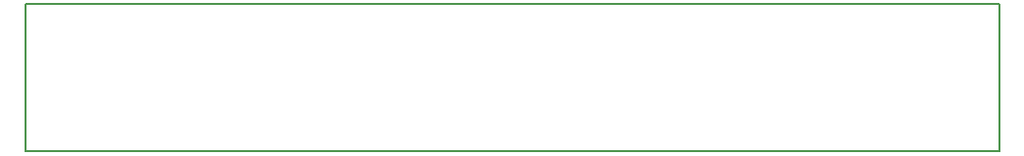
<source format=gbr>
G04 DipTrace 3.1.0.1*
G04 BoardOutline.gbr*
%MOMM*%
G04 #@! TF.FileFunction,Profile*
G04 #@! TF.Part,Single*
%ADD11C,0.14*%
%FSLAX35Y35*%
G04*
G71*
G90*
G75*
G01*
G04 BoardOutline*
%LPD*%
X1000000Y1000000D2*
D11*
Y2270133D1*
X9398757D1*
Y1000000D1*
X1000000D1*
M02*

</source>
